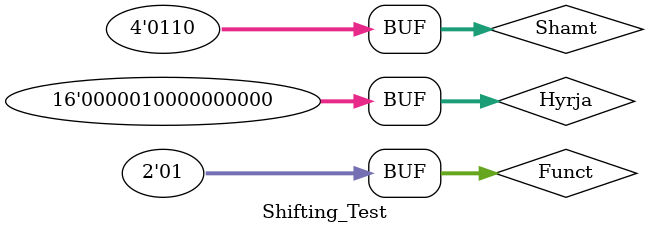
<source format=v>
`timescale 1ns / 1ps

module Shifting(
  input[15:0] Hyrja,
  input[3:0] Shamt,
  input[1:0] Funct,
  output reg[15:0] Result
);
  
  always @*
    case(Funct)
      2'b00: Result = Hyrja << Shamt;
      
      2'b01: Result = Hyrja >> Shamt;
    endcase
  
endmodule

//Testing


module Shifting_Test();
  reg[15:0] Hyrja;
  reg[3:0] Shamt;
  reg[1:0] Funct;
  wire[15:0] Result;
 
  
  initial
    $monitor("Hyrja=%b, Shamt=%b, Funct=%b, Result=%b", Hyrja, Shamt, Funct, Result);
  
  initial
    begin
      #0 Hyrja=16'd1; Shamt=4'b0010; Funct=2'b00; 
      #5 Hyrja=16'b0000010000000000; Shamt=4'b0110; Funct=2'b01; 
     
    end
  
  
  Shifting SH(Hyrja, Shamt, Funct, Result);
  
endmodule
</source>
